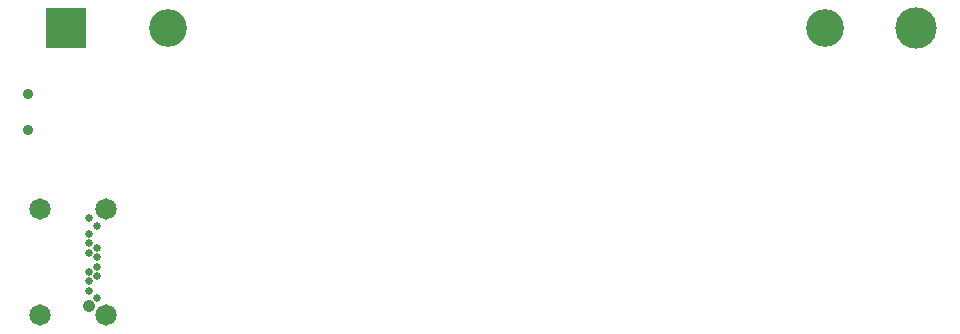
<source format=gbr>
%TF.GenerationSoftware,KiCad,Pcbnew,(6.0.2-0)*%
%TF.CreationDate,2022-09-10T16:34:37-06:00*%
%TF.ProjectId,Sensor Data Logger,53656e73-6f72-4204-9461-7461204c6f67,rev?*%
%TF.SameCoordinates,Original*%
%TF.FileFunction,Soldermask,Bot*%
%TF.FilePolarity,Negative*%
%FSLAX46Y46*%
G04 Gerber Fmt 4.6, Leading zero omitted, Abs format (unit mm)*
G04 Created by KiCad (PCBNEW (6.0.2-0)) date 2022-09-10 16:34:37*
%MOMM*%
%LPD*%
G01*
G04 APERTURE LIST*
%ADD10C,0.900000*%
%ADD11C,0.650000*%
%ADD12C,1.070000*%
%ADD13C,1.815000*%
%ADD14C,3.200000*%
%ADD15R,3.500000X3.500000*%
%ADD16C,3.500000*%
G04 APERTURE END LIST*
D10*
%TO.C,SW4*%
X121590000Y-76938000D03*
X121590000Y-73938000D03*
%TD*%
D11*
%TO.C,J6*%
X126702000Y-84413000D03*
D12*
X126702000Y-91863000D03*
D11*
X127402000Y-91188000D03*
X126702000Y-90538000D03*
X126702000Y-89738000D03*
X127402000Y-89338000D03*
X126702000Y-88938000D03*
X127402000Y-88538000D03*
X127402000Y-87738000D03*
X126702000Y-87338000D03*
X127402000Y-86938000D03*
X126702000Y-86538000D03*
X126702000Y-85738000D03*
X127402000Y-85088000D03*
D13*
X128202000Y-83638000D03*
X128202000Y-92638000D03*
X122602000Y-92638000D03*
X122602000Y-83638000D03*
%TD*%
D14*
%TO.C,BT2*%
X133427000Y-68326000D03*
X189037000Y-68326000D03*
D15*
X124782000Y-68326000D03*
D16*
X196782000Y-68326000D03*
%TD*%
M02*

</source>
